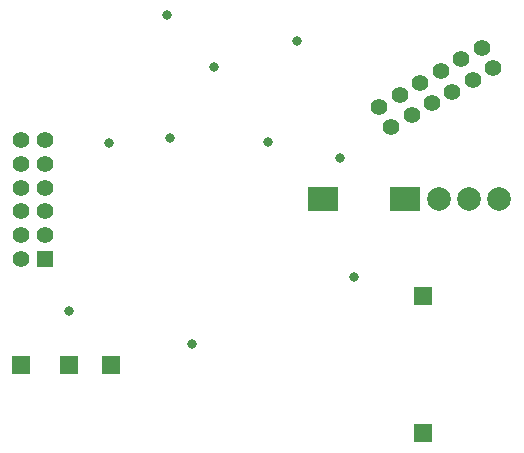
<source format=gbr>
G04 #@! TF.FileFunction,Soldermask,Bot*
%FSLAX46Y46*%
G04 Gerber Fmt 4.6, Leading zero omitted, Abs format (unit mm)*
G04 Created by KiCad (PCBNEW 4.0.4+e1-6308~48~ubuntu16.04.1-stable) date Mon Oct 10 14:17:30 2016*
%MOMM*%
%LPD*%
G01*
G04 APERTURE LIST*
%ADD10C,0.150000*%
%ADD11C,1.400000*%
%ADD12R,1.400000X1.400000*%
%ADD13R,1.500000X1.500000*%
%ADD14C,0.800000*%
%ADD15C,2.000000*%
%ADD16R,2.500000X2.000000*%
G04 APERTURE END LIST*
D10*
D11*
X185000000Y-101000000D03*
X185000000Y-103000000D03*
D12*
X185000000Y-105000000D03*
D11*
X185000000Y-99000000D03*
X185000000Y-97000000D03*
X185000000Y-95000000D03*
X183000000Y-95000000D03*
X183000000Y-97000000D03*
X183000000Y-99000000D03*
X183000000Y-101000000D03*
X183000000Y-103000000D03*
X183000000Y-105000000D03*
D13*
X183000000Y-114000000D03*
X187000000Y-114000000D03*
X190600000Y-114000000D03*
X217000000Y-119800000D03*
X217000000Y-108200000D03*
D14*
X190400000Y-95200000D03*
X199300000Y-88800000D03*
X210000000Y-96500000D03*
X195620000Y-94800000D03*
X211200000Y-106600000D03*
X187050000Y-109450000D03*
X206300000Y-86600000D03*
X197450000Y-112250000D03*
X195326000Y-84378800D03*
X203911200Y-95097600D03*
D15*
X218400000Y-100000000D03*
X220940000Y-100000000D03*
X223480000Y-100000000D03*
D16*
X215500000Y-100000000D03*
X208500000Y-100000000D03*
D11*
X218500000Y-89133975D03*
X220232051Y-88133975D03*
X221964102Y-87133975D03*
X216767949Y-90133975D03*
X215035898Y-91133975D03*
X213303848Y-92133975D03*
X214303848Y-93866025D03*
X216035898Y-92866025D03*
X217767949Y-91866025D03*
X219500000Y-90866025D03*
X221232051Y-89866025D03*
X222964102Y-88866025D03*
M02*

</source>
